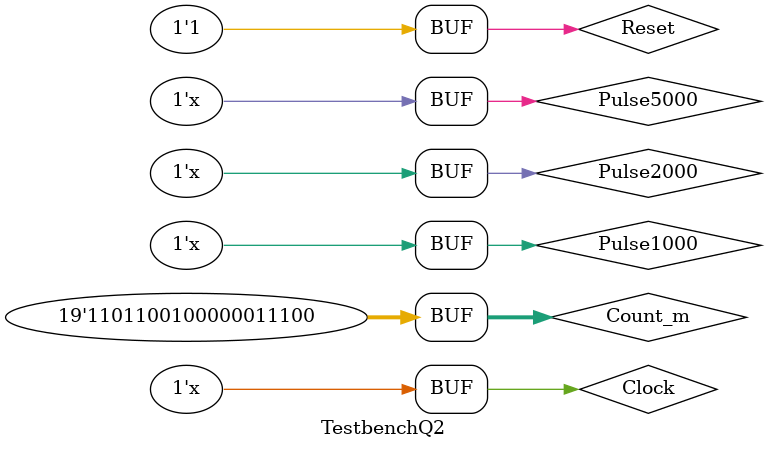
<source format=v>
module TestbenchQ2;
reg Clock = 0;
reg Reset = 1;
reg [18:0] Count_m = 19'd25752;
reg Pulse1000 = 0;
reg Pulse2000 = 0;
reg Pulse5000 = 0;
wire Out;
wire [8:0] Coin1000;
wire [7:0] Coin2000;
wire [6:0] Coin5000;
m_counter moduleTest(Clock, Reset, Count_m, Pulse1000, Pulse2000, Pulse5000, Out, Coin1000, Coin2000, Coin5000);
always #5 Clock = ~Clock;
always begin
	Reset = 0;
	#50
	Reset = 1;
	#100
	Reset = 0;
	Count_m = 19'd444444;
	#150;
	Reset = 1;
end
always #15 Pulse1000 = ~Pulse1000;
always #30 Pulse2000 = ~Pulse2000;
always #60 Pulse5000 = ~Pulse5000;
endmodule
</source>
